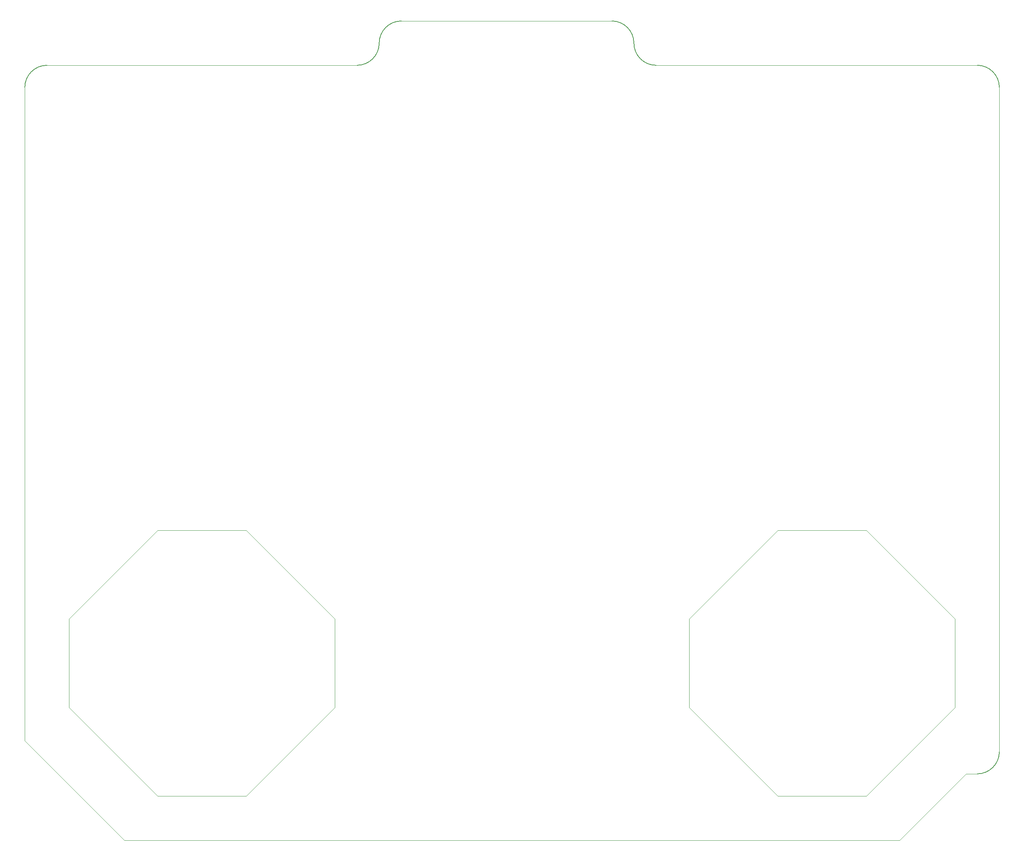
<source format=gbr>
%TF.GenerationSoftware,KiCad,Pcbnew,(7.0.0-0)*%
%TF.CreationDate,2024-04-12T13:18:22+02:00*%
%TF.ProjectId,universalRobotTx,756e6976-6572-4736-916c-526f626f7454,rev?*%
%TF.SameCoordinates,Original*%
%TF.FileFunction,Profile,NP*%
%FSLAX46Y46*%
G04 Gerber Fmt 4.6, Leading zero omitted, Abs format (unit mm)*
G04 Created by KiCad (PCBNEW (7.0.0-0)) date 2024-04-12 13:18:22*
%MOMM*%
%LPD*%
G01*
G04 APERTURE LIST*
%TA.AperFunction,Profile*%
%ADD10C,0.100000*%
%TD*%
%TA.AperFunction,Profile*%
%ADD11C,0.200000*%
%TD*%
G04 APERTURE END LIST*
D10*
X-25400000Y-127000000D02*
X-25400000Y-147320000D01*
X-45720000Y-167640000D01*
X-66040000Y-167640000D01*
X-86360000Y-147320000D01*
X-86360000Y-127000000D01*
X-66040000Y-106680000D01*
X-45720000Y-106680000D01*
X-25400000Y-127000000D01*
X-20320000Y0D02*
X-93980002Y0D01*
D11*
X-99060002Y5080000D02*
G75*
G03*
X-93980002Y0I5080002J2D01*
G01*
D10*
X-162559998Y0D02*
X-233680000Y0D01*
D11*
X-162559998Y0D02*
G75*
G03*
X-157479998Y5080000I-2J5080002D01*
G01*
X-233680000Y0D02*
G75*
G03*
X-238760000Y-5080000I2J-5080002D01*
G01*
D10*
X-167640000Y-127000000D02*
X-167640000Y-147320000D01*
X-187960000Y-167640000D01*
X-208280000Y-167640000D01*
X-228600000Y-147320000D01*
X-228600000Y-127000000D01*
X-208280000Y-106680000D01*
X-187960000Y-106680000D01*
X-167640000Y-127000000D01*
X-22860000Y-162560000D02*
X-20319998Y-162560002D01*
D11*
X-20319998Y-162560002D02*
G75*
G03*
X-15239998Y-157480002I-2J5080002D01*
G01*
X-15240000Y-5080000D02*
G75*
G03*
X-20320000Y0I-5080002J-2D01*
G01*
D10*
X-22860000Y-162560000D02*
X-38100000Y-177800000D01*
D11*
X-99059998Y5080002D02*
G75*
G03*
X-104139998Y10160002I-5080002J-2D01*
G01*
D10*
X-238760000Y-154940000D02*
X-215900000Y-177800000D01*
X-15239998Y-157480002D02*
X-15240000Y-5080000D01*
X-238760000Y-154940000D02*
X-238760000Y-5080000D01*
X-215900000Y-177800000D02*
X-38100000Y-177800000D01*
X-104139998Y10160002D02*
X-152400002Y10160002D01*
D11*
X-152400002Y10160002D02*
G75*
G03*
X-157480002Y5080002I2J-5080002D01*
G01*
M02*

</source>
